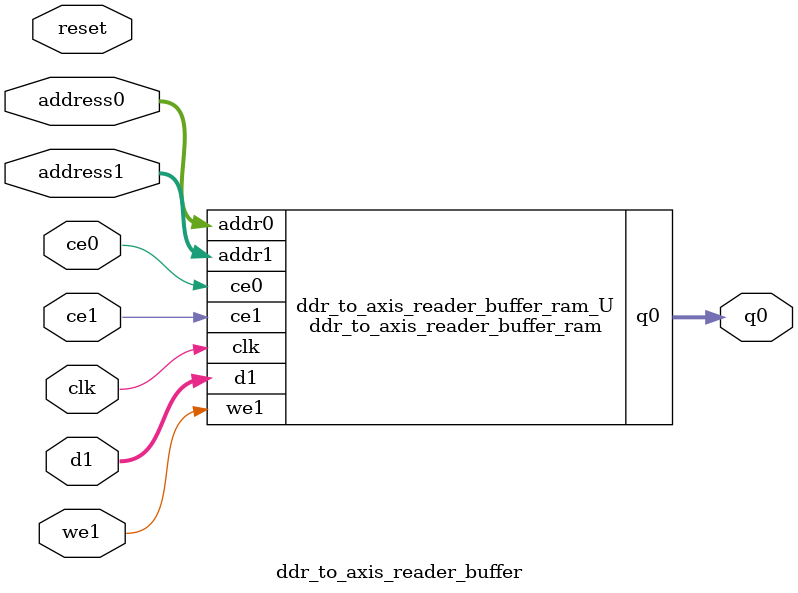
<source format=v>

`timescale 1 ns / 1 ps
module ddr_to_axis_reader_buffer_ram (addr0, ce0, q0, addr1, ce1, d1, we1,  clk);

parameter DWIDTH = 64;
parameter AWIDTH = 2;
parameter MEM_SIZE = 4;

input[AWIDTH-1:0] addr0;
input ce0;
output reg[DWIDTH-1:0] q0;
input[AWIDTH-1:0] addr1;
input ce1;
input[DWIDTH-1:0] d1;
input we1;
input clk;

(* ram_style = "block" *)reg [DWIDTH-1:0] ram[MEM_SIZE-1:0];




always @(posedge clk)  
begin 
    if (ce0) 
    begin
            q0 <= ram[addr0];
    end
end


always @(posedge clk)  
begin 
    if (ce1) 
    begin
        if (we1) 
        begin 
            ram[addr1] <= d1; 
        end 
    end
end


endmodule


`timescale 1 ns / 1 ps
module ddr_to_axis_reader_buffer(
    reset,
    clk,
    address0,
    ce0,
    q0,
    address1,
    ce1,
    we1,
    d1);

parameter DataWidth = 32'd64;
parameter AddressRange = 32'd4;
parameter AddressWidth = 32'd2;
input reset;
input clk;
input[AddressWidth - 1:0] address0;
input ce0;
output[DataWidth - 1:0] q0;
input[AddressWidth - 1:0] address1;
input ce1;
input we1;
input[DataWidth - 1:0] d1;



ddr_to_axis_reader_buffer_ram ddr_to_axis_reader_buffer_ram_U(
    .clk( clk ),
    .addr0( address0 ),
    .ce0( ce0 ),
    .q0( q0 ),
    .addr1( address1 ),
    .ce1( ce1 ),
    .d1( d1 ),
    .we1( we1 ));

endmodule


</source>
